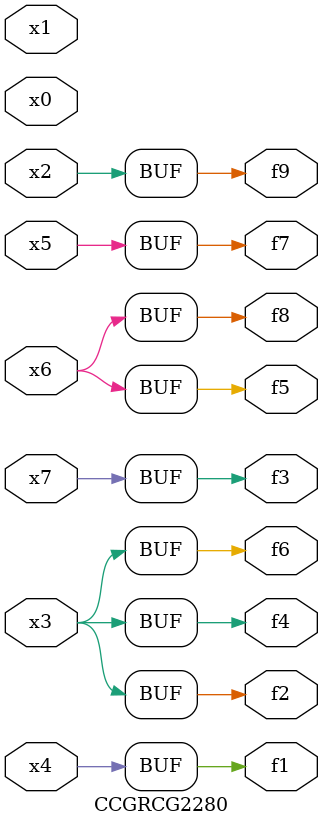
<source format=v>
module CCGRCG2280(
	input x0, x1, x2, x3, x4, x5, x6, x7,
	output f1, f2, f3, f4, f5, f6, f7, f8, f9
);
	assign f1 = x4;
	assign f2 = x3;
	assign f3 = x7;
	assign f4 = x3;
	assign f5 = x6;
	assign f6 = x3;
	assign f7 = x5;
	assign f8 = x6;
	assign f9 = x2;
endmodule

</source>
